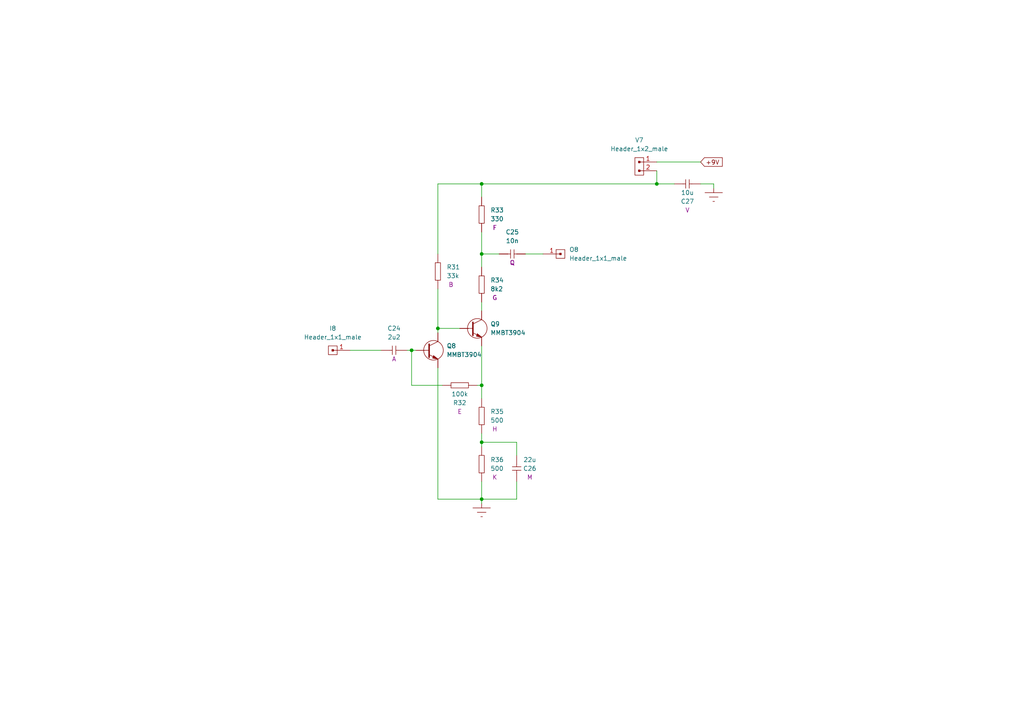
<source format=kicad_sch>
(kicad_sch (version 20211123) (generator eeschema)
  (paper "A4")
  (title_block (title "Fuzz face") (date "2024-04-26") (rev "1") (company "https://github.com/dvhx/ultimate-soldering-exercise"))
  (lib_symbols
    (symbol "dvhx-kicad-library:C" (pin_numbers hide) (pin_names hide)
      (property "Reference" "C" (at 2.286 1.016 0))
      (property "Value" "C" (at 2.286 -1.27 0))
      (symbol "C_0_1"
        (polyline (pts (xy 0 -0.508) (xy 0 -1.27)))
        (polyline (pts (xy 0 1.27) (xy 0 0.508)))
        (polyline (pts (xy 1.27 -0.508) (xy -1.27 -0.508)))
        (polyline (pts (xy 1.27 0.508) (xy -1.27 0.508)))
      )
      (symbol "C_1_1"
        (pin passive line (at 0 3.81 270) (length 2.54) (name "1") (number "1"))
        (pin passive line (at 0 -3.81 90) (length 2.54) (name "2") (number "2"))
      )
    )
    (symbol "dvhx-kicad-library:GND" (power) (pin_numbers hide) (pin_names hide)
      (symbol "GND_0_1"
        (polyline (pts (xy -2.54 -1.27) (xy 2.54 -1.27)))
        (polyline (pts (xy -1.27 -2.54) (xy 1.27 -2.54)))
        (polyline (pts (xy -0.254 -3.81) (xy 0.254 -3.81)))
      )
      (symbol "GND_1_1"
        (pin power_in line (at 0 0 270) (length 1.27) (name "GND") (number "GND"))
      )
    )
    (symbol "dvhx-kicad-library:Header_1x1_male" (pin_names hide)
      (property "Reference" "J" (at -0.254 2.286 0))
      (property "Value" "Header_1x1_male" (at 0 4.191 0))
      (symbol "Header_1x1_male_0_1"
        (rectangle (start -1.27 1.27) (end 1.27 -1.27))
        (rectangle (start -0.254 0.254) (end 0.254 -0.254) (fill (type outline)))
      )
      (symbol "Header_1x1_male_1_1"
        (pin passive line (at -5.08 0 0) (length 5.08) (name "1") (number "1"))
      )
    )
    (symbol "dvhx-kicad-library:Header_1x2_male" (pin_names hide)
      (property "Reference" "J" (at -0.254 2.286 0))
      (property "Value" "Header_1x2_male" (at 0 4.191 0))
      (symbol "Header_1x2_male_0_1"
        (rectangle (start -1.27 1.27) (end 1.27 -3.81))
        (rectangle (start -0.254 -2.286) (end 0.254 -2.794) (fill (type outline)))
        (rectangle (start -0.254 0.254) (end 0.254 -0.254) (fill (type outline)))
      )
      (symbol "Header_1x2_male_1_1"
        (pin passive line (at -5.08 0 0) (length 5.08) (name "1") (number "1"))
        (pin passive line (at -5.08 -2.54 0) (length 5.08) (name "2") (number "2"))
      )
    )
    (symbol "dvhx-kicad-library:NPN" (pin_numbers hide) (pin_names hide)
      (property "Reference" "Q" (at 2.54 1.016 0))
      (property "Value" "NPN" (at 3.81 -1.016 0))
      (symbol "NPN_0_1"
        (circle (center -1.27 0) (radius 2.8398))
        (polyline (pts (xy -3.81 0) (xy -2.54 0)))
        (polyline (pts (xy -2.54 1.778) (xy -2.54 -2.032)) (stroke (width 0.4)))
        (polyline (pts (xy 0 -2.54) (xy -2.54 -1.27)))
        (polyline (pts (xy 0 2.54) (xy -2.54 1.27)))
        (polyline (pts (xy 0 -2.54) (xy -1.524 -2.286) (xy -1.27 -1.524) (xy 0 -2.54)) (fill (type outline)))
      )
      (symbol "NPN_1_1"
        (pin input line (at -6.35 0 0) (length 2.54) (name "B") (number "B"))
        (pin passive line (at 0 5.08 270) (length 2.54) (name "C") (number "C"))
        (pin passive line (at 0 -5.08 90) (length 2.54) (name "E") (number "E"))
      )
    )
    (symbol "dvhx-kicad-library:R" (pin_numbers hide) (pin_names hide)
      (property "Reference" "R" (at 2.032 1.016 0))
      (property "Value" "R" (at 2.032 -1.016 0))
      (symbol "R_0_1"
        (polyline (pts (xy -0.762 2.54) (xy 0.762 2.54) (xy 0.762 -2.54) (xy -0.762 -2.54) (xy -0.762 2.54)))
      )
      (symbol "R_1_1"
        (pin passive line (at 0 5.08 270) (length 2.54) (name "1") (number "1"))
        (pin passive line (at 0 -5.08 90) (length 2.54) (name "2") (number "2"))
      )
    )
  )
  (junction (at 139.7 73.66))
  (junction (at 139.7 144.78))
  (junction (at 119.38 101.6))
  (junction (at 139.7 128.27))
  (junction (at 139.7 111.76))
  (junction (at 139.7 53.34))
  (junction (at 127 95.25))
  (junction (at 190.5 53.34))
  (wire (pts (xy 149.86 128.27) (xy 149.86 132.08)))
  (wire (pts (xy 127 83.82) (xy 127 95.25)))
  (wire (pts (xy 118.11 101.6) (xy 119.38 101.6)))
  (wire (pts (xy 207.01 53.34) (xy 207.01 54.61)))
  (wire (pts (xy 190.5 53.34) (xy 190.5 49.53)))
  (wire (pts (xy 138.43 111.76) (xy 139.7 111.76)))
  (wire (pts (xy 119.38 101.6) (xy 120.65 101.6)))
  (wire (pts (xy 127 106.68) (xy 127 144.78)))
  (wire (pts (xy 203.2 53.34) (xy 207.01 53.34)))
  (wire (pts (xy 149.86 139.7) (xy 149.86 144.78)))
  (wire (pts (xy 139.7 144.78) (xy 139.7 146.05)))
  (wire (pts (xy 149.86 144.78) (xy 139.7 144.78)))
  (wire (pts (xy 152.4 73.66) (xy 157.48 73.66)))
  (wire (pts (xy 128.27 111.76) (xy 119.38 111.76)))
  (wire (pts (xy 139.7 67.31) (xy 139.7 73.66)))
  (wire (pts (xy 139.7 73.66) (xy 144.78 73.66)))
  (wire (pts (xy 139.7 139.7) (xy 139.7 144.78)))
  (wire (pts (xy 101.6 101.6) (xy 110.49 101.6)))
  (wire (pts (xy 139.7 125.73) (xy 139.7 128.27)))
  (wire (pts (xy 139.7 87.63) (xy 139.7 90.17)))
  (wire (pts (xy 139.7 57.15) (xy 139.7 53.34)))
  (wire (pts (xy 119.38 101.6) (xy 119.38 111.76)))
  (wire (pts (xy 127 53.34) (xy 139.7 53.34)))
  (wire (pts (xy 139.7 100.33) (xy 139.7 111.76)))
  (wire (pts (xy 139.7 128.27) (xy 149.86 128.27)))
  (wire (pts (xy 139.7 73.66) (xy 139.7 77.47)))
  (wire (pts (xy 127 95.25) (xy 127 96.52)))
  (wire (pts (xy 139.7 111.76) (xy 139.7 115.57)))
  (wire (pts (xy 127 73.66) (xy 127 53.34)))
  (wire (pts (xy 139.7 128.27) (xy 139.7 129.54)))
  (wire (pts (xy 203.2 46.99) (xy 190.5 46.99)))
  (wire (pts (xy 127 144.78) (xy 139.7 144.78)))
  (wire (pts (xy 139.7 53.34) (xy 190.5 53.34)))
  (wire (pts (xy 190.5 53.34) (xy 195.58 53.34)))
  (wire (pts (xy 127 95.25) (xy 133.35 95.25)))
  (global_label "+9V" (shape input) (at 203.2 46.99 0) (property "Intersheet References" "${INTERSHEET_REFS}" (effects hide)))
  (symbol (lib_id "dvhx-kicad-library:R") (at 139.7 82.55 0) (unit 1)
    (property "Reference" "R34" (at 142.24 81.2799 0) (effects (justify left)))
    (property "Value" "8k2" (at 142.24 83.8199 0) (effects (justify left)))
    (property "Footprint" "dvhx-kicad-library:Resistor_0805" (effects hide))
    (property "Field4" "G" (at 143.51 86.36 0))
  )
  (symbol (lib_id "dvhx-kicad-library:GND") (at 139.7 146.05 0) (unit 1)
    (property "Reference" "#GND011" (effects hide))
    (property "Value" "GND" (effects hide))
  )
  (symbol (lib_id "dvhx-kicad-library:Header_1x1_male") (at 96.52 101.6 180) (unit 1)
    (property "Reference" "I8" (at 96.52 95.25 0))
    (property "Value" "Header_1x1_male" (at 96.52 97.79 0))
    (property "Footprint" "dvhx-kicad-library:Header_1x1_male_upright" (effects hide))
  )
  (symbol (lib_id "dvhx-kicad-library:R") (at 139.7 134.62 180) (unit 1)
    (property "Reference" "R36" (at 142.24 133.3499 0) (effects (justify right)))
    (property "Value" "500" (at 142.24 135.8899 0) (effects (justify right)))
    (property "Footprint" "dvhx-kicad-library:Resistor_0805" (effects hide))
    (property "Field4" "K" (at 143.51 138.43 0))
  )
  (symbol (lib_id "dvhx-kicad-library:R") (at 139.7 62.23 0) (unit 1)
    (property "Reference" "R33" (at 142.24 60.9599 0) (effects (justify left)))
    (property "Value" "330" (at 142.24 63.4999 0) (effects (justify left)))
    (property "Footprint" "dvhx-kicad-library:Resistor_0805" (effects hide))
    (property "Field4" "F" (at 143.51 66.04 0))
  )
  (symbol (lib_id "dvhx-kicad-library:C") (at 114.3 101.6 90) (unit 1)
    (property "Reference" "C24" (at 114.3 95.25 90))
    (property "Value" "2u2" (at 114.3 97.79 90))
    (property "Footprint" "dvhx-kicad-library:Capacitor_0805" (effects hide))
    (property "Field4" "A" (at 114.3 104.14 90))
  )
  (symbol (lib_id "dvhx-kicad-library:C") (at 199.39 53.34 270) (unit 1)
    (property "Reference" "C27" (at 199.39 58.42 90))
    (property "Value" "10u" (at 199.39 55.88 90))
    (property "Footprint" "dvhx-kicad-library:Capacitor_0805" (effects hide))
    (property "Field4" "V" (at 199.39 60.96 90))
  )
  (symbol (lib_id "dvhx-kicad-library:GND") (at 207.01 54.61 0) (unit 1)
    (property "Reference" "#GND014" (effects hide))
    (property "Value" "GND" (effects hide))
  )
  (symbol (lib_id "dvhx-kicad-library:C") (at 148.59 73.66 90) (unit 1)
    (property "Reference" "C25" (at 148.59 67.31 90))
    (property "Value" "10n" (at 148.59 69.85 90))
    (property "Footprint" "dvhx-kicad-library:Capacitor_0805" (effects hide))
    (property "Q" "Q" (at 148.59 76.2 90))
  )
  (symbol (lib_id "dvhx-kicad-library:NPN") (at 139.7 95.25 0) (unit 1)
    (property "Reference" "Q9" (at 142.24 93.9799 0) (effects (justify left)))
    (property "Value" "MMBT3904" (at 142.24 96.5199 0) (effects (justify left)))
    (property "Footprint" "dvhx-kicad-library:SOT23-BEC" (effects hide))
  )
  (symbol (lib_id "dvhx-kicad-library:R") (at 133.35 111.76 90) (unit 1)
    (property "Reference" "R32" (at 133.35 116.84 90))
    (property "Value" "100k" (at 133.35 114.3 90))
    (property "Footprint" "dvhx-kicad-library:Resistor_0805" (effects hide))
    (property "Field4" "E" (at 133.35 119.38 90))
  )
  (symbol (lib_id "dvhx-kicad-library:Header_1x2_male") (at 185.42 46.99 0) (mirror y) (unit 1)
    (property "Reference" "V7" (at 185.42 40.64 0))
    (property "Value" "Header_1x2_male" (at 185.42 43.18 0))
    (property "Footprint" "dvhx-kicad-library:Header_1x2_male_upright" (effects hide))
  )
  (symbol (lib_id "dvhx-kicad-library:R") (at 127 78.74 0) (unit 1)
    (property "Reference" "R31" (at 129.54 77.4699 0) (effects (justify left)))
    (property "Value" "33k" (at 129.54 80.0099 0) (effects (justify left)))
    (property "Footprint" "dvhx-kicad-library:Resistor_0805" (effects hide))
    (property "Field4" "B" (at 130.81 82.55 0))
  )
  (symbol (lib_id "dvhx-kicad-library:C") (at 149.86 135.89 0) (unit 1)
    (property "Reference" "C26" (at 153.67 135.89 0))
    (property "Value" "22u" (at 153.67 133.35 0))
    (property "Footprint" "dvhx-kicad-library:Capacitor_0805" (effects hide))
    (property "Field4" "M" (at 153.67 138.43 0))
  )
  (symbol (lib_id "dvhx-kicad-library:R") (at 139.7 120.65 180) (unit 1)
    (property "Reference" "R35" (at 142.24 119.3799 0) (effects (justify right)))
    (property "Value" "500" (at 142.24 121.9199 0) (effects (justify right)))
    (property "Footprint" "dvhx-kicad-library:Resistor_0805" (effects hide))
    (property "Field4" "H" (at 143.51 124.46 0))
  )
  (symbol (lib_id "dvhx-kicad-library:NPN") (at 127 101.6 0) (unit 1)
    (property "Reference" "Q8" (at 129.54 100.3299 0) (effects (justify left)))
    (property "Value" "MMBT3904" (at 129.54 102.8699 0) (effects (justify left)))
    (property "Footprint" "dvhx-kicad-library:SOT23-BEC" (effects hide))
  )
  (symbol (lib_id "dvhx-kicad-library:Header_1x1_male") (at 162.56 73.66 0) (unit 1)
    (property "Reference" "O8" (at 165.1 72.3899 0) (effects (justify left)))
    (property "Value" "Header_1x1_male" (at 165.1 74.9299 0) (effects (justify left)))
    (property "Footprint" "dvhx-kicad-library:Header_1x1_male_upright" (effects hide))
  )
)
</source>
